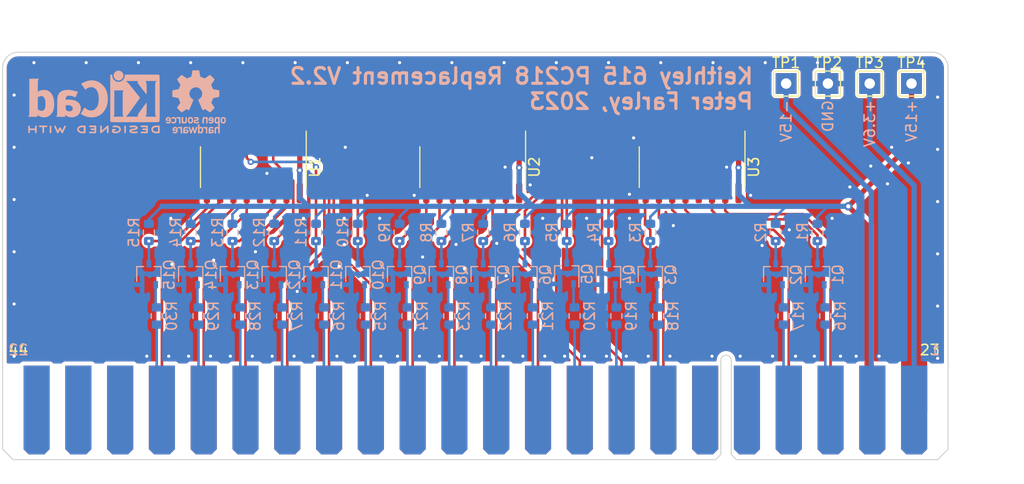
<source format=kicad_pcb>
(kicad_pcb (version 20211014) (generator pcbnew)
  (title_block (title "Keithley 615 PC218 Replacement Board") (date "2023-01-16") (rev "2.2") (company "Peter Farley") (comment 1 "Rev 2: Initial design") (comment 2 "Rev 2.1: Move silkscreen to front, move offset trace") (comment 3 "Rec 2.2: Match size of PC209, add power test points"))
  (layers (0 "F.Cu" signal) (31 "B.Cu" signal) (34 "B.Paste" user) (35 "F.Paste" user) (36 "B.SilkS" user "B.Silkscreen") (37 "F.SilkS" user "F.Silkscreen") (38 "B.Mask" user) (39 "F.Mask" user) (44 "Edge.Cuts" user))
  (net 0 "")
  (net 1 "Net-(Q1-Pad1)")
  (net 2 "GND")
  (net 3 "Net-(Q1-Pad3)")
  (net 4 "Polarity Print")
  (net 5 "Net-(Q2-Pad3)")
  (net 6 "Net-(Q3-Pad1)")
  (net 7 "Net-(Q4-Pad1)")
  (net 8 "Net-(Q4-Pad3)")
  (net 9 "Overload Print")
  (net 10 "Net-(Q6-Pad1)")
  (net 11 "Polarity")
  (net 12 "+15V")
  (net 13 "Overload")
  (net 14 "+3.6V")
  (net 15 "-15V")
  (net 18 "1x10^3")
  (net 19 "2x10^2")
  (net 20 "1x10^2")
  (net 21 "4x10^2")
  (net 22 "8x10^2")
  (net 23 "2x10^0")
  (net 24 "1x10^0")
  (net 25 "4x10^0")
  (net 26 "8x10^0")
  (net 27 "8x10^1")
  (net 28 "4x10^1")
  (net 29 "1x10^1")
  (net 30 "2x10^1")
  (net 36 "1x10^3 Print")
  (net 37 "2x10^2 Print")
  (net 38 "1x10^2 Print")
  (net 39 "4x10^2 Print")
  (net 40 "8x10^2 Print")
  (net 41 "2x10^0 Print")
  (net 42 "1x10^0 Print")
  (net 43 "4x10^0 Print")
  (net 44 "8x10^0 Print")
  (net 45 "8x10^1 Print")
  (net 46 "4x10^1 Print")
  (net 47 "1x10^1 Print")
  (net 48 "2x10^1 Print")
  (net 52 "Net-(Q2-Pad1)")
  (net 53 "Net-(Q3-Pad3)")
  (net 54 "Net-(Q5-Pad1)")
  (net 55 "Net-(Q6-Pad3)")
  (net 56 "Net-(Q5-Pad3)")
  (net 57 "Net-(Q7-Pad1)")
  (net 58 "Net-(Q7-Pad3)")
  (net 59 "Net-(Q8-Pad1)")
  (net 60 "Net-(Q9-Pad1)")
  (net 61 "Net-(Q9-Pad3)")
  (net 62 "Net-(Q10-Pad1)")
  (net 63 "Net-(Q10-Pad3)")
  (net 64 "Net-(Q11-Pad1)")
  (net 65 "Net-(Q11-Pad3)")
  (net 66 "Net-(Q12-Pad1)")
  (net 67 "Net-(Q12-Pad3)")
  (net 68 "Net-(Q13-Pad1)")
  (net 69 "Net-(Q13-Pad3)")
  (net 70 "Net-(Q14-Pad1)")
  (net 71 "Net-(Q14-Pad3)")
  (net 72 "Net-(Q15-Pad1)")
  (net 73 "Net-(Q15-Pad3)")
  (net 74 "Net-(Q8-Pad3)")
  (footprint "TestPoint:TestPoint_THTPad_2.0x2.0mm_Drill1.0mm" (layer "F.Cu") (at 132 52)
    (fp_text reference "TP1")
    (fp_text value "-15V")
  )
  (footprint "Package_SO:SOIC-16_3.9x9.9mm_P1.27mm" (layer "F.Cu") (at 102 60 -90)
    (fp_text reference "U2")
    (fp_text value "4010")
  )
  (footprint "TestPoint:TestPoint_THTPad_2.0x2.0mm_Drill1.0mm" (layer "F.Cu") (at 136 52)
    (fp_text reference "TP2")
    (fp_text value "GND")
  )
  (footprint "TestPoint:TestPoint_THTPad_2.0x2.0mm_Drill1.0mm" (layer "F.Cu") (at 144 52)
    (fp_text reference "TP4")
    (fp_text value "15V")
  )
  (footprint "Package_SO:SOIC-16_3.9x9.9mm_P1.27mm" (layer "F.Cu") (at 123 60 -90)
    (fp_text reference "U3")
    (fp_text value "4010")
  )
  (footprint "Package_SO:SOIC-16_3.9x9.9mm_P1.27mm" (layer "F.Cu") (at 81 60 -90)
    (fp_text reference "U1")
    (fp_text value "4010")
  )
  (footprint "footprints:PC218_Edge_Connector" (layer "F.Cu") (at 57 79)
    (fp_text reference "J1" hide)
    (fp_text value "PC218_BoardEdge_44pin")
    (fp_line (start 70.25 9) (end 69.75 8.5) (layer "Edge.Cuts") (width 0.1))
    (fp_line (start 68.75 -0.5) (end 68.75 8.5) (layer "Edge.Cuts") (width 0.1))
    (fp_line (start 1 9) (end 0 8) (layer "Edge.Cuts") (width 0.1))
    (fp_line (start 90.5 0) (end 90.5 8) (layer "Edge.Cuts") (width 0.1))
    (fp_line (start 90.5 8) (end 89.5 9) (layer "Edge.Cuts") (width 0.1))
    (fp_line (start 68.75 8.5) (end 68.25 9) (layer "Edge.Cuts") (width 0.1))
    (fp_line (start 68.25 9) (end 1 9) (layer "Edge.Cuts") (width 0.1))
    (fp_line (start 69.75 8.5) (end 69.75 -0.5) (layer "Edge.Cuts") (width 0.1))
    (fp_line (start 0 8) (end 0 0) (layer "Edge.Cuts") (width 0.1))
    (fp_line (start 89.5 9) (end 70.25 9) (layer "Edge.Cuts") (width 0.1))
    (fp_arc (start 68.75 -0.5) (mid 69.25 -1) (end 69.75 -0.5) (layer "Edge.Cuts") (width 0.1))
  )
  (footprint "TestPoint:TestPoint_THTPad_2.0x2.0mm_Drill1.0mm" (layer "F.Cu") (at 140 52)
    (fp_text reference "TP3")
    (fp_text value "3.6V")
  )
  (footprint "Resistor_SMD:R_0603_1608Metric" (layer "B.Cu") (at 71 66.25 -90)
    (fp_text reference "R15")
    (fp_text value "180K")
  )
  (footprint "Package_TO_SOT_SMD:SOT-323_SC-70" (layer "B.Cu") (at 83 70.25 90)
    (fp_text reference "Q12")
    (fp_text value "BC848W")
  )
  (footprint "Package_TO_SOT_SMD:SOT-323_SC-70" (layer "B.Cu") (at 71 70.25 90)
    (fp_text reference "Q15")
    (fp_text value "BC848W")
  )
  (footprint "Resistor_SMD:R_0603_1608Metric" (layer "B.Cu") (at 111.75 74.25 90)
    (fp_text reference "R20")
    (fp_text value "120K")
  )
  (footprint "Resistor_SMD:R_0603_1608Metric" (layer "B.Cu") (at 115.75 74.25 90)
    (fp_text reference "R19")
    (fp_text value "120K")
  )
  (footprint "Resistor_SMD:R_0603_1608Metric" (layer "B.Cu") (at 115 66.25 -90)
    (fp_text reference "R4")
    (fp_text value "180K")
  )
  (footprint "Resistor_SMD:R_0603_1608Metric" (layer "B.Cu") (at 91.75 74.25 90)
    (fp_text reference "R25")
    (fp_text value "120K")
  )
  (footprint "Resistor_SMD:R_0603_1608Metric" (layer "B.Cu") (at 119.75 74.25 90)
    (fp_text reference "R18")
    (fp_text value "120K")
  )
  (footprint "Resistor_SMD:R_0603_1608Metric" (layer "B.Cu") (at 79 66.25 -90)
    (fp_text reference "R13")
    (fp_text value "180K")
  )
  (footprint "Package_TO_SOT_SMD:SOT-323_SC-70" (layer "B.Cu") (at 131 70.25 90)
    (fp_text reference "Q2")
    (fp_text value "BC848W")
  )
  (footprint "Package_TO_SOT_SMD:SOT-323_SC-70" (layer "B.Cu") (at 135 70.25 90)
    (fp_text reference "Q1")
    (fp_text value "BC848W")
  )
  (footprint "Package_TO_SOT_SMD:SOT-323_SC-70" (layer "B.Cu") (at 95 70.25 90)
    (fp_text reference "Q9")
    (fp_text value "BC848W")
  )
  (footprint "Resistor_SMD:R_0603_1608Metric" (layer "B.Cu") (at 111 66.25 -90)
    (fp_text reference "R5")
    (fp_text value "180K")
  )
  (footprint "Resistor_SMD:R_0603_1608Metric" (layer "B.Cu") (at 135.75 74.25 90)
    (fp_text reference "R16")
    (fp_text value "120K")
  )
  (footprint "Symbol:KiCad-Logo2_5mm_SilkScreen" (layer "B.Cu") (at 65.75 53.75 180)
    (fp_text reference "REF**" hide)
    (fp_text value "KiCad-Logo2_5mm_SilkScreen" hide)
  )
  (footprint "Symbol:OSHW-Logo_5.7x6mm_SilkScreen" (layer "B.Cu") (at 75.5 53.75 180)
    (fp_text reference "REF**" hide)
    (fp_text value "OSHW-Logo_5.7x6mm_SilkScreen" hide)
  )
  (footprint "Resistor_SMD:R_0603_1608Metric" (layer "B.Cu") (at 95.75 74.25 90)
    (fp_text reference "R24")
    (fp_text value "120K")
  )
  (footprint "Package_TO_SOT_SMD:SOT-323_SC-70" (layer "B.Cu") (at 87 70.25 90)
    (fp_text reference "Q11")
    (fp_text value "BC848W")
  )
  (footprint "Package_TO_SOT_SMD:SOT-323_SC-70" (layer "B.Cu") (at 99 70.25 90)
    (fp_text reference "Q8")
    (fp_text value "BC848W")
  )
  (footprint "Resistor_SMD:R_0603_1608Metric" (layer "B.Cu") (at 135 66.25 -90)
    (fp_text reference "R1")
    (fp_text value "180K")
  )
  (footprint "Resistor_SMD:R_0603_1608Metric" (layer "B.Cu") (at 107 66.25 -90)
    (fp_text reference "R6")
    (fp_text value "180K")
  )
  (footprint "Resistor_SMD:R_0603_1608Metric" (layer "B.Cu") (at 75.75 74.25 90)
    (fp_text reference "R29")
    (fp_text value "120K")
  )
  (footprint "Package_TO_SOT_SMD:SOT-323_SC-70" (layer "B.Cu") (at 103 70.25 90)
    (fp_text reference "Q7")
    (fp_text value "BC848W")
  )
  (footprint "Resistor_SMD:R_0603_1608Metric" (layer "B.Cu") (at 83.75 74.25 90)
    (fp_text reference "R27")
    (fp_text value "120K")
  )
  (footprint "Package_TO_SOT_SMD:SOT-323_SC-70" (layer "B.Cu") (at 75 70.25 90)
    (fp_text reference "Q14")
    (fp_text value "BC848W")
  )
  (footprint "Resistor_SMD:R_0603_1608Metric" (layer "B.Cu") (at 99.75 74.25 90)
    (fp_text reference "R23")
    (fp_text value "120K")
  )
  (footprint "Package_TO_SOT_SMD:SOT-323_SC-70" (layer "B.Cu") (at 119 70.25 90)
    (fp_text reference "Q3")
    (fp_text value "BC848W")
  )
  (footprint "Resistor_SMD:R_0603_1608Metric" (layer "B.Cu") (at 131.75 74.25 90)
    (fp_text reference "R17")
    (fp_text value "120K")
  )
  (footprint "Package_TO_SOT_SMD:SOT-323_SC-70" (layer "B.Cu") (at 111 70.175 90)
    (fp_text reference "Q5")
    (fp_text value "BC848W")
  )
  (footprint "Resistor_SMD:R_0603_1608Metric" (layer "B.Cu") (at 71.75 74.25 90)
    (fp_text reference "R30")
    (fp_text value "120K")
  )
  (footprint "Resistor_SMD:R_0603_1608Metric" (layer "B.Cu") (at 107.75 74.25 90)
    (fp_text reference "R21")
    (fp_text value "120K")
  )
  (footprint "Resistor_SMD:R_0603_1608Metric" (layer "B.Cu") (at 75 66.25 -90)
    (fp_text reference "R14")
    (fp_text value "180K")
  )
  (footprint "Resistor_SMD:R_0603_1608Metric" (layer "B.Cu") (at 131 66.25 -90)
    (fp_text reference "R2")
    (fp_text value "180K")
  )
  (footprint "Resistor_SMD:R_0603_1608Metric" (layer "B.Cu") (at 83 66.25 -90)
    (fp_text reference "R12")
    (fp_text value "180K")
  )
  (footprint "Package_TO_SOT_SMD:SOT-323_SC-70" (layer "B.Cu") (at 115 70.25 90)
    (fp_text reference "Q4")
    (fp_text value "BC848W")
  )
  (footprint "Resistor_SMD:R_0603_1608Metric" (layer "B.Cu") (at 79.75 74.25 90)
    (fp_text reference "R28")
    (fp_text value "120K")
  )
  (footprint "Resistor_SMD:R_0603_1608Metric" (layer "B.Cu") (at 91 66.25 -90)
    (fp_text reference "R10")
    (fp_text value "180K")
  )
  (footprint "Resistor_SMD:R_0603_1608Metric" (layer "B.Cu") (at 119 66.25 -90)
    (fp_text reference "R3")
    (fp_text value "180K")
  )
  (footprint "Package_TO_SOT_SMD:SOT-323_SC-70" (layer "B.Cu") (at 107 70.25 90)
    (fp_text reference "Q6")
    (fp_text value "BC848W")
  )
  (footprint "Package_TO_SOT_SMD:SOT-323_SC-70" (layer "B.Cu") (at 79 70.25 90)
    (fp_text reference "Q13")
    (fp_text value "BC848W")
  )
  (footprint "Resistor_SMD:R_0603_1608Metric" (layer "B.Cu") (at 103 66.25 -90)
    (fp_text reference "R7")
    (fp_text value "180K")
  )
  (footprint "Resistor_SMD:R_0603_1608Metric" (layer "B.Cu") (at 87.75 74.25 90)
    (fp_text reference "R26")
    (fp_text value "120K")
  )
  (footprint "Resistor_SMD:R_0603_1608Metric" (layer "B.Cu") (at 103.75 74.25 90)
    (fp_text reference "R22")
    (fp_text value "120K")
  )
  (footprint "Package_TO_SOT_SMD:SOT-323_SC-70" (layer "B.Cu") (at 91 70.25 90)
    (fp_text reference "Q10")
    (fp_text value "BC848W")
  )
  (footprint "Resistor_SMD:R_0603_1608Metric" (layer "B.Cu") (at 99 66.25 -90)
    (fp_text reference "R8")
    (fp_text value "180K")
  )
  (footprint "Resistor_SMD:R_0603_1608Metric" (layer "B.Cu") (at 87 66.25 -90)
    (fp_text reference "R11")
    (fp_text value "180K")
  )
  (footprint "Resistor_SMD:R_0603_1608Metric" (layer "B.Cu") (at 95 66.25 -90)
    (fp_text reference "R9")
    (fp_text value "180K")
  )
  (gr_line (start 58.5 49) (end 146 49) (layer "Edge.Cuts") (width 0.1))
  (gr_arc (start 146 49) (mid 147.06066 49.43934) (end 147.5 50.5) (layer "Edge.Cuts") (width 0.1))
  (gr_line (start 57 79) (end 57 50.5) (layer "Edge.Cuts") (width 0.1))
  (gr_line (start 147.5 50.5) (end 147.5 79) (layer "Edge.Cuts") (width 0.1))
  (gr_arc (start 57 50.5) (mid 57.43934 49.43934) (end 58.5 49) (layer "Edge.Cuts") (width 0.1))
  (gr_text "-15V" (at 132 53.5 90) (layer "B.SilkS") (effects (font (size 1 1)) (justify left mirror)))
  (gr_text "+15V" (at 144 53.5 90) (layer "B.SilkS") (effects (font (size 1 1)) (justify left mirror)))
  (gr_text "+3.6V" (at 140 53.5 90) (layer "B.SilkS") (effects (font (size 1 1)) (justify left mirror)))
  (gr_text "Keithley 615 PC218 Replacement V2.2\nPeter Farley, 2023" (at 129 52.5) (layer "B.SilkS") (effects (font (size 1.5 1.5) (thickness 0.3)) (justify left mirror)))
  (gr_text "GND" (at 136 53.5 90) (layer "B.SilkS") (effects (font (size 1 1)) (justify left mirror)))
  (segment (start 135.65 73.325) (end 135.75 73.425) (width 0.25) (layer "B.Cu") (net 1))
  (segment (start 135.65 71.25) (end 135.65 73.325) (width 0.25) (layer "B.Cu") (net 1))
  (segment (start 144.25 83.25) (end 144.25 77.85) (width 2.5) (layer "F.Cu") (net 2))
  (via (at 132.3 66) (size 0.6) (drill 0.3) (layers "F.Cu" "B.Cu") (net 2))
  (via (at 116.7 78.1) (size 0.6) (drill 0.3) (layers "F.Cu" "B.Cu") (net 2))
  (via (at 97.2 68.6) (size 0.6) (drill 0.3) (layers "F.Cu" "B.Cu") (net 2))
  (via (at 113.4 59.1) (size 0.6) (drill 0.3) (layers "F.Cu" "B.Cu") (net 2))
  (via (at 58.1 53.1) (size 0.6) (drill 0.3) (layers "F.Cu" "B.Cu") (net 2))
  (via (at 146.5 78.3) (size 0.6) (drill 0.3) (layers "F.Cu" "B.Cu") (net 2))
  (via (at 138.1 61.9) (size 0.6) (drill 0.3) (layers "F.Cu" "B.Cu") (net 2))
  (via (at 128.6 62.7) (size 0.6) (drill 0.3) (layers "F.Cu" "B.Cu") (net 2))
  (via (at 117.4 57.2) (size 0.6) (drill 0.3) (layers "F.Cu" "B.Cu") (net 2))
  (via (at 118.8 78.1) (size 0.6) (drill 0.3) (layers "F.Cu" "B.Cu") (net 2))
  (via (at 134.7 78.1) (size 0.6) (drill 0.3) (layers "F.Cu" "B.Cu") (net 2))
  (via (at 95 50) (size 0.6) (drill 0.3) (layers "F.Cu" "B.Cu") (net 2))
  (via (at 70.8 78.1) (size 0.6) (drill 0.3) (layers "F.Cu" "B.Cu") (net 2))
  (via (at 85 50) (size 0.6) (drill 0.3) (layers "F.Cu" "B.Cu") (net 2))
  (via (at 100.9 78.1) (size 0.6) (drill 0.3) (layers "F.Cu" "B.Cu") (net 2))
  (via (at 125 50) (size 0.6) (drill 0.3) (layers "F.Cu" "B.Cu") (net 2))
  (via (at 141.7 61.6) (size 0.6) (drill 0.3) (layers "F.Cu" "B.Cu") (net 2))
  (via (at 146.5 68.3) (size 0.6) (drill 0.3) (layers "F.Cu" "B.Cu") (net 2))
  (via (at 76.9 78.1) (size 0.6) (drill 0.3) (layers "F.Cu" "B.Cu") (net 2))
  (via (at 104.3 67.3) (size 0.6) (drill 0.3) (layers "F.Cu" "B.Cu") (net 2))
  (via (at 77.2 68.9) (size 0.6) (drill 0.3) (layers "F.Cu" "B.Cu") (net 2))
  (via (at 65 50) (size 0.6) (drill 0.3) (layers "F.Cu" "B.Cu") (net 2))
  (via (at 117 62.6) (size 0.6) (drill 0.3) (layers "F.Cu" "B.Cu") (net 2))
  (via (at 107.5 61.7) (size 0.6) (drill 0.3) (layers "F.Cu" "B.Cu") (net 2))
  (via (at 100.4 67.4) (size 0.6) (drill 0.3) (layers "F.Cu" "B.Cu") (net 2))
  (via (at 93.1 64.9) (size 0.6) (drill 0.3) (layers "F.Cu" "B.Cu") (net 2))
  (via (at 112.9 64.9) (size 0.6) (drill 0.3) (layers "F.Cu" "B.Cu") (net 2))
  (via (at 89.2 69.5) (size 0.6) (drill 0.3) (layers "F.Cu" "B.Cu") (net 2))
  (via (at 102.8 78.1) (size 0.6) (drill 0.3) (layers "F.Cu" "B.Cu") (net 2))
  (via (at 100 50) (size 0.6) (drill 0.3) (layers "F.Cu" "B.Cu") (net 2))
  (via (at 138.7 78.1) (size 0.6) (drill 0.3) (layers "F.Cu" "B.Cu") (net 2))
  (via (at 146.5 53.3) (size 0.6) (drill 0.3) (layers "F.Cu" "B.Cu") (net 2))
  (via (at 105.2 70.4) (size 0.6) (drill 0.3) (layers "F.Cu" "B.Cu") (net 2))
  (via (at 136.4 64.9) (size 0.6) (drill 0.3) (layers "F.Cu" "B.Cu") (net 2))
  (via (at 84.9 78.1) (size 0.6) (drill 0.3) (layers "F.Cu" "B.Cu") (net 2))
  (via (at 137.2 78.1) (size 0.6) (drill 0.3) (layers "F.Cu" "B.Cu") (net 2))
  (via (at 120 50) (size 0.6) (drill 0.3) (layers "F.Cu" "B.Cu") (net 2))
  (via (at 89 78.1) (size 0.6) (drill 0.3) (layers "F.Cu" "B.Cu") (net 2))
  (via (at 89.8 58.1) (size 0.6) (drill 0.3) (layers "F.Cu" "B.Cu") (net 2))
  (via (at 94.8 78.1) (size 0.6) (drill 0.3) (layers "F.Cu" "B.Cu") (net 2))
  (via (at 110.8 78.1) (size 0.6) (drill 0.3) (layers "F.Cu" "B.Cu") (net 2))
  (via (at 72.9 78.1) (size 0.6) (drill 0.3) (layers "F.Cu" "B.Cu") (net 2))
  (via (at 112.7 78.1) (size 0.6) (drill 0.3) (layers "F.Cu" "B.Cu") (net 2))
  (via (at 105 50) (size 0.6) (drill 0.3) (layers "F.Cu" "B.Cu") (net 2))
  (via (at 58.1 68.1) (size 0.6) (drill 0.3) (layers "F.Cu" "B.Cu") (net 2))
  (via (at 126.3 60) (size 0.6) (drill 0.3) (layers "F.Cu" "B.Cu") (net 2))
  (via (at 120.8745 78.1) (size 0.6) (drill 0.3) (layers "F.Cu" "B.Cu") (net 2))
  (via (at 108.7 64.9) (size 0.6) (drill 0.3) (layers "F.Cu" "B.Cu") (net 2))
  (via (at 74.8 78.1) (size 0.6) (drill 0.3) (layers "F.Cu" "B.Cu") (net 2))
  (via (at 58.1 73.1) (size 0.6) (drill 0.3) (layers "F.Cu" "B.Cu") (net 2))
  (via (at 73.2 69.3) (size 0.6) (drill 0.3) (layers "F.Cu" "B.Cu") (net 2))
  (via (at 73.1 64.9) (size 0.6) (drill 0.3) (layers "F.Cu" "B.Cu") (net 2))
  (via (at 93.2 78.1) (size 0.6) (drill 0.3) (layers "F.Cu" "B.Cu") (net 2))
  (via (at 106.8 78.1) (size 0.6) (drill 0.3) (layers "F.Cu" "B.Cu") (net 2))
  (via (at 135 50) (size 0.6) (drill 0.3) (layers "F.Cu" "B.Cu") (net 2))
  (via (at 127.6 78.1) (size 0.6) (drill 0.3) (layers "F.Cu" "B.Cu") (net 2))
  (via (at 143.7 59.6) (size 0.6) (drill 0.3) (layers "F.Cu" "B.Cu") (net 2))
  (via (at 105.1 60) (size 0.6) (drill 0.3) (layers "F.Cu" "B.Cu") (net 2))
  (via (at 117 64.9) (size 0.6) (drill 0.3) (layers "F.Cu" "B.Cu") (net 2))
  (via (at 89.7 67.4) (size 0.6) (drill 0.3) (layers "F.Cu" "B.Cu") (net 2))
  (via (at 80 50) (size 0.6) (drill 0.3) (layers "F.Cu" "B.Cu") (net 2))
  (via (at 146.5 63.3) (size 0.6) (drill 0.3) (layers "F.Cu" "B.Cu") (net 2))
  (via (at 96.4 62.7) (size 0.6) (drill 0.3) (layers "F.Cu" "B.Cu") (net 2))
  (via (at 104.9 78.1) (size 0.6) (drill 0.3) (layers "F.Cu" "B.Cu") (net 2))
  (via (at 146.5 58.3) (size 0.6) (drill 0.3) (layers "F.Cu" "B.Cu") (net 2))
  (via (at 140.1 59.9) (size 0.6) (drill 0.3) (layers "F.Cu" "B.Cu") (net 2))
  (via (at 82.3 60.6) (size 0.6) (drill 0.3) (layers "F.Cu" "B.Cu") (net 2))
  (via (at 146.5 73.3) (size 0.6) (drill 0.3) (layers "F.Cu" "B.Cu") (net 2))
  (via (at 60 50) (size 0.6) (drill 0.3) (layers "F.Cu" "B.Cu") (net 2))
  (via (at 70 50) (size 0.6) (drill 0.3) (layers "F.Cu" "B.Cu") (net 2))
  (via (at 142.1 58.1) (size 0.6) (drill 0.3) (layers "F.Cu" "B.Cu") (net 2))
  (via (at 145 50) (size 0.6) (drill 0.3) (layers "F.Cu" "B.Cu") (net 2))
  (via (at 132.9 78.1) (size 0.6) (drill 0.3) (layers "F.Cu" "B.Cu") (net 2))
  (via (at 80.9 78.1) (size 0.6) (drill 0.3) (layers "F.Cu" "B.Cu") (net 2))
  (via (at 130.7 78.1) (size 0.6) (drill 0.3) (layers "F.Cu" "B.Cu") (net 2))
  (via (at 90 50) (size 0.6) (drill 0.3) (layers "F.Cu" "B.Cu") (net 2))
  (via (at 115 50) (size 0.6) (drill 0.3) (layers "F.Cu" "B.Cu") (net 2))
  (via (at 85.8 64.9) (size 0.6) (drill 0.3) (layers "F.Cu" "B.Cu") (net 2))
  (via (at 130 50) (size 0.6) (drill 0.3) (layers "F.Cu" "B.Cu") (net 2))
  (via (at 91.9 62.7) (size 0.6) (drill 0.3) (layers "F.Cu" "B.Cu") (net 2))
  (via (at 90.7 78.1) (size 0.6) (drill 0.3) (layers "F.Cu" "B.Cu") (net 2))
  (via (at 129.7 67.5) (size 0.6) (drill 0.3) (layers "F.Cu" "B.Cu") (net 2))
  (via (at 101.2 69.7) (size 0.6) (drill 0.3) (layers "F.Cu" "B.Cu") (net 2))
  (via (at 89.7 64.9) (size 0.6) (drill 0.3) (layers "F.Cu" "B.Cu") (net 2))
  (via (at 114.8 78.1) (size 0.6) (drill 0.3) (layers "F.Cu" "B.Cu") (net 2))
  (via (at 140 50) (size 0.6) (drill 0.3) (layers "F.Cu" "B.Cu") (net 2))
  (via (at 86.7 78.1) (size 0.6) (drill 0.3) (layers "F.Cu" "B.Cu") (net 2))
  (via (at 98.8 78.1) (size 0.6) (drill 0.3) (layers "F.Cu" "B.Cu") (net 2))
  (via (at 140.9 78.1) (size 0.6) (drill 0.3) (layers "F.Cu" "B.Cu") (net 2))
  (via (at 81.2 68.1) (size 0.6) (drill 0.3) (layers "F.Cu" "B.Cu") (net 2))
  (via (at 110 50) (size 0.6) (drill 0.3) (layers "F.Cu" "B.Cu") (net 2))
  (via (at 96.9 78.1) (size 0.6) (drill 0.3) (layers "F.Cu" "B.Cu") (net 2))
  (via (at 78.8 78.1) (size 0.6) (drill 0.3) (layers "F.Cu" "B.Cu") (net 2))
  (via (at 58.1 63.1) (size 0.6) (drill 0.3) (layers "F.Cu" "B.Cu") (net 2))
  (via (at 58.1 58.1) (size 0.6) (drill 0.3) (layers "F.Cu" "B.Cu") (net 2))
  (via (at 82.8 78.1) (size 0.6) (drill 0.3) (layers "F.Cu" "B.Cu") (net 2))
  (via (at 58.1 78.1) (size 0.6) (drill 0.3) (layers "F.Cu" "B.Cu") (net 2))
  (via (at 121.2 65.6) (size 0.6) (drill 0.3) (layers "F.Cu" "B.Cu") (net 2))
  (via (at 124.9 78.1) (size 0.6) (drill 0.3) (layers "F.Cu" "B.Cu") (net 2))
  (via (at 108.9 78.1) (size 0.6) (drill 0.3) (layers "F.Cu" "B.Cu") (net 2))
  (via (at 85.2 71.9) (size 0.6) (drill 0.3) (layers "F.Cu" "B.Cu") (net 2))
  (via (at 75 50) (size 0.6) (drill 0.3) (layers "F.Cu" "B.Cu") (net 2))
  (segment (start 133.5 65) (end 125.75 65) (width 0.25) (layer "F.Cu") (net 3))
  (segment (start 124.905 64.155) (end 124.905 62.475) (width 0.25) (layer "F.Cu") (net 3))
  (segment (start 135 67.075) (end 135 66.5) (width 0.25) (layer "F.Cu") (net 3))
  (segment (start 125.75 65) (end 124.905 64.155) (width 0.25) (layer "F.Cu") (net 3))
  (segment (start 135 66.5) (end 133.5 65) (width 0.25) (layer "F.Cu") (net 3))
  (via (at 135 67.075) (size 0.6) (drill 0.3) (layers "F.Cu" "B.Cu") (net 3))
  (segment (start 135 69.25) (end 135 67.075) (width 0.25) (layer "B.Cu") (net 3))
  (segment (start 126.5 64.5) (end 126.175 64.175) (width 0.25) (layer "F.Cu") (net 4))
  (segment (start 136.25 83.25) (end 136.25 67.113604) (width 0.25) (layer "F.Cu") (net 4))
  (segment (start 126.175 64.175) (end 126.175 62.475) (width 0.25) (layer "F.Cu") (net 4))
  (segment (start 136.25 67.113604) (end 133.636396 64.5) (width 0.25) (layer "F.Cu") (net 4))
  (segment (start 133.636396 64.5) (end 126.5 64.5) (width 0.25) (layer "F.Cu") (net 4))
  (segment (start 130.375 66.45) (end 123.45 66.45) (width 0.25) (layer "F.Cu") (net 5))
  (segment (start 121.095 64.095) (end 121.095 62.475) (width 0.25) (layer "F.Cu") (net 5))
  (segment (start 131 67.075) (end 130.375 66.45) (width 0.25) (layer "F.Cu") (net 5))
  (segment (start 123.45 66.45) (end 121.095 64.095) (width 0.25) (layer "F.Cu") (net 5))
  (via (at 131 67.075) (size 0.6) (drill 0.3) (layers "F.Cu" "B.Cu") (net 5))
  (segment (start 131 69.25) (end 131 67.075) (width 0.25) (layer "B.Cu") (net 5))
  (segment (start 119.65 73.325) (end 119.75 73.425) (width 0.25) (layer "B.Cu") (net 6))
  (segment (start 119.65 71.25) (end 119.65 73.325) (width 0.25) (layer "B.Cu") (net 6))
  (segment (start 115.65 73.325) (end 115.75 73.425) (width 0.25) (layer "B.Cu") (net 7))
  (segment (start 115.65 71.25) (end 115.65 73.325) (width 0.25) (layer "B.Cu") (net 7))
  (segment (start 115 58.2) (end 117.2 56) (width 0.25) (layer "F.Cu") (net 8))
  (segment (start 115 67.075) (end 115 58.2) (width 0.25) (layer "F.Cu") (net 8))
  (segment (start 117.2 56) (end 119.625 56) (width 0.25) (layer "F.Cu") (net 8))
  (segment (start 119.625 56) (end 119.825 56.2) (width 0.25) (layer "F.Cu") (net 8))
  (segment (start 119.825 56.2) (end 119.825 57.525) (width 0.25) (layer "F.Cu") (net 8))
  (via (at 115 67.075) (size 0.6) (drill 0.3) (layers "F.Cu" "B.Cu") (net 8))
  (segment (start 115 69.25) (end 115 67.075) (width 0.25) (layer "B.Cu") (net 8))
  (segment (start 132.25 83.25) (end 132.25 67.441116) (width 0.25) (layer "F.Cu") (net 9))
  (segment (start 130.808884 66) (end 124.25 66) (width 0.25) (layer "F.Cu") (net 9))
  (segment (start 124.25 66) (end 122.365 64.115) (width 0.25) (layer "F.Cu") (net 9))
  (segment (start 132.25 67.441116) (end 130.808884 66) (width 0.25) (layer "F.Cu") (net 9))
  (segment (start 122.365 64.115) (end 122.365 62.475) (width 0.25) (layer "F.Cu") (net 9))
  (segment (start 107.65 71.25) (end 107.65 73.325) (width 0.25) (layer "B.Cu") (net 10))
  (segment (start 107.65 73.325) (end 107.75 73.425) (width 0.25) (layer "B.Cu") (net 10))
  (segment (start 135.75 83) (end 135.75 75.075) (width 0.25) (layer "B.Cu") (net 11))
  (segment (start 127.445 60.055) (end 127.445 57.525) (width 0.5) (layer "F.Cu") (net 12))
  (segment (start 85.445 60.305) (end 85.445 62.475) (width 0.5) (layer "F.Cu") (net 12))
  (segment (start 106.445 60.055) (end 106.445 57.525) (width 0.5) (layer "F.Cu") (net 12))
  (segment (start 106.445 62.475) (end 106.445 60.055) (width 0.5) (layer "F.Cu") (net 12))
  (segment (start 137.95 63.75) (end 144 57.7) (width 0.5) (layer "F.Cu") (net 12))
  (segment (start 137.95 63.75) (end 139.75 65.55) (width 0.5) (layer "F.Cu") (net 12))
  (segment (start 85.445 57.525) (end 85.445 60.305) (width 0.5) (layer "F.Cu") (net 12))
  (segment (start 144 57.7) (end 144 52) (width 0.5) (layer "F.Cu") (net 12))
  (segment (start 127.445 62.475) (end 127.445 60.055) (width 0.5) (layer "F.Cu") (net 12))
  (segment (start 139.75 65.55) (end 139.75 83) (width 0.5) (layer "F.Cu") (net 12))
  (via (at 85.445 60.305) (size 0.6) (drill 0.3) (layers "F.Cu" "B.Cu") (net 12))
  (via (at 106.445 60.055) (size 0.6) (drill 0.3) (layers "F.Cu" "B.Cu") (net 12))
  (via (at 127.445 60.055) (size 0.6) (drill 0.3) (layers "F.Cu" "B.Cu") (net 12))
  (via (at 137.95 63.75) (size 0.8) (drill 0.4) (layers "F.Cu" "B.Cu") (net 12))
  (segment (start 120 63.75) (end 119.25 63.75) (width 0.5) (layer "B.Cu") (net 12))
  (segment (start 107 64.875) (end 108.125 63.75) (width 0.25) (layer "B.Cu") (net 12))
  (segment (start 84 63.75) (end 79.75 63.75) (width 0.5) (layer "B.Cu") (net 12))
  (segment (start 103 64.75) (end 103 65.425) (width 0.25) (layer "B.Cu") (net 12))
  (segment (start 111 64.75) (end 112 63.75) (width 0.25) (layer "B.Cu") (net 12))
  (segment (start 109 63.75) (end 108.25 63.75) (width 0.5) (layer "B.Cu") (net 12))
  (segment (start 91 64.75) (end 92 63.75) (width 0.25) (layer "B.Cu") (net 12))
  (segment (start 116 63.75) (end 115 64.75) (width 0.25) (layer "B.Cu") (net 12))
  (segment (start 127.445 60.055) (end 127.445 62.605661) (width 0.5) (layer "B.Cu") (net 12))
  (segment (start 79.75 63.75) (end 76 63.75) (width 0.5) (layer "B.Cu") (net 12))
  (segment (start 128.65 63.75) (end 120 63.75) (width 0.5) (layer "B.Cu") (net 12))
  (segment (start 106.445 62.445) (end 107.75 63.75) (width 0.5) (layer "B.Cu") (net 12))
  (segment (start 135 65.425) (end 135 64.75) (width 0.25) (layer "B.Cu") (net 12))
  (segment (start 76 63.75) (end 72.25 63.75) (width 0.5) (layer "B.Cu") (net 12))
  (segment (start 95 65.425) (end 95 64.75) (width 0.25) (layer "B.Cu") (net 12))
  (segment (start 79 64.5) (end 79.75 63.75) (width 0.25) (layer "B.Cu") (net 12))
  (segment (start 100 63.75) (end 96 63.75) (width 0.5) (layer "B.Cu") (net 12))
  (segment (start 99 64.75) (end 100 63.75) (width 0.25) (layer "B.Cu") (net 12))
  (segment (start 132 63.75) (end 131 64.75) (width 0.25) (layer "B.Cu") (net 12))
  (segment (start 88 63.75) (end 86.25 63.75) (width 0.5) (layer "B.Cu") (net 12))
  (segment (start 71 65) (end 72.25 63.75) (width 0.25) (layer "B.Cu") (net 12))
  (segment (start 93.25 63.75) (end 92 63.75) (width 0.5) (layer "B.Cu") (net 12))
  (segment (start 130.5 63.75) (end 128.65 63.75) (width 0.5) (layer "B.Cu") (net 12))
  (segment (start 85.445 62.945) (end 86.25 63.75) (width 0.5) (layer "B.Cu") (net 12))
  (segment (start 116 63.75) (end 112.25 63.75) (width 0.5) (layer "B.Cu") (net 12))
  (segment (start 75 65.425) (end 75 64.75) (width 0.25) (layer "B.Cu") (net 12))
  (segment (start 106.445 60.055) (end 106.445 62.445) (width 0.5) (layer "B.Cu") (net 12))
  (segment (start 108.125 63.75) (end 108.25 63.75) (width 0.25) (layer "B.Cu") (net 12))
  (segment (start 131 64.75) (end 131 65.425) (width 0.25) (layer "B.Cu") (net 12))
  (segment (start 132 63.75) (end 130.5 63.75) (width 0.5) (layer "B.Cu") (net 12))
  (segment (start 83 65.425) (end 83 64.75) (width 0.25) (layer "B.Cu") (net 12))
  (segment (start 111 65.425) (end 111 64.75) (width 0.25) (layer "B.Cu") (net 12))
  (segment (start 75 64.75) (end 76 63.75) (width 0.25) (layer "B.Cu") (net 12))
  (segment (start 79 65.425) (end 79 64.5) (width 0.25) (layer "B.Cu") (net 12))
  (segment (start 87 64.75) (end 88 63.75) (width 0.25) (layer "B.Cu") (net 12))
  (segment (start 91 65.425) (end 91 64.75) (width 0.25) (layer "B.Cu") (net 12))
  (segment (start 119.25 63.75) (end 116 63.75) (width 0.5) (layer "B.Cu") (net 12))
  (segment (start 115 64.75) (end 115 65.425) (width 0.25) (layer "B.Cu") (net 12))
  (segment (start 128.589339 63.75) (end 128.65 63.75) (width 0.5) (layer "B.Cu") (net 12))
  (segment (start 83 64.75) (end 84 63.75) (width 0.25) (layer "B.Cu") (net 12))
  (segment (start 107.75 63.75) (end 104 63.75) (width 0.5) (layer "B.Cu") (net 12))
  (segment (start 95 64.75) (end 96 63.75) (width 0.25) (layer "B.Cu") (net 12))
  (segment (start 85.445 60.305) (end 85.445 62.945) (width 0.5) (layer "B.Cu") (net 12))
  (segment (start 99 65.425) (end 99 64.75) (width 0.25) (layer "B.Cu") (net 12))
  (segment (start 119 64.75) (end 119 65.425) (width 0.25) (layer "B.Cu") (net 12))
  (segment (start 112 63.75) (end 112.25 63.75) (width 0.25) (layer "B.Cu") (net 12))
  (segment (start 137.95 63.75) (end 136 63.75) (width 0.5) (layer "B.Cu") (net 12))
  (segment (start 104 63.75) (end 100 63.75) (width 0.5) (layer "B.Cu") (net 12))
  (segment (start 87 65.425) (end 87 64.75) (width 0.25) (layer "B.Cu") (net 12))
  (segment (start 96 63.75) (end 93.25 63.75) (width 0.5) (layer "B.Cu") (net 12))
  (segment (start 86.25 63.75) (end 84 63.75) (width 0.5) (layer "B.Cu") (net 12))
  (segment (start 112.25 63.75) (end 109 63.75) (width 0.5) (layer "B.Cu") (net 12))
  (segment (start 135 64.75) (end 136 63.75) (width 0.25) (layer "B.Cu") (net 12))
  (segment (start 127.445 62.605661) (end 128.589339 63.75) (width 0.5) (layer "B.Cu") (net 12))
  (segment (start 108.25 63.75) (end 107.75 63.75) (width 0.5) (layer "B.Cu") (net 12))
  (segment (start 71 65.425) (end 71 65) (width 0.25) (layer "B.Cu") (net 12))
  (segment (start 120 63.75) (end 119 64.75) (width 0.25) (layer "B.Cu") (net 12))
  (segment (start 136 63.75) (end 132 63.75) (width 0.5) (layer "B.Cu") (net 12))
  (segment (start 104 63.75) (end 103 64.75) (width 0.25) (layer "B.Cu") (net 12))
  (segment (start 92 63.75) (end 88 63.75) (width 0.5) (layer "B.Cu") (net 12))
  (segment (start 107 65.425) (end 107 64.875) (width 0.25) (layer "B.Cu") (net 12))
  (segment (start 131.75 83) (end 131.75 75.075) (width 0.25) (layer "B.Cu") (net 13))
  (segment (start 144.25 83.25) (end 144.25 61.75) (width 0.5) (layer "B.Cu") (net 14))
  (segment (start 140 57.5) (end 140 52) (width 0.5) (layer "B.Cu") (net 14))
  (segment (start 144.25 61.75) (end 140 57.5) (width 0.5) (layer "B.Cu") (net 14))
  (segment (start 140.15 83.15) (end 140.15 62.35) (width 0.5) (layer "B.Cu") (net 15))
  (segment (start 132 54.2) (end 132 52) (width 0.5) (layer "B.Cu") (net 15))
  (segment (start 140.25 83.25) (end 140.15 83.15) (width 0.5) (layer "B.Cu") (net 15))
  (segment (start 140.15 62.35) (end 132 54.2) (width 0.5) (layer "B.Cu") (net 15))
  (segment (start 119.75 83) (end 119.75 75.075) (width 0.25) (layer "B.Cu") (net 18))
  (segment (start 115.75 83) (end 115.75 75.075) (width 0.25) (layer "B.Cu") (net 19))
  (segment (start 111.75 83) (end 111.75 75.075) (width 0.25) (layer "B.Cu") (net 20))
  (segment (start 107.75 83) (end 107.75 75.075) (width 0.25) (layer "B.Cu") (net 21))
  (segment (start 103.75 75.075) (end 103.75 83) (width 0.25) (layer "B.Cu") (net 22))
  (segment (start 99.75 75.075) (end 99.75 83) (width 0.25) (layer "B.Cu") (net 23))
  (segment (start 95.75 75.075) (end 95.75 83) (width 0.25) (layer "B.Cu") (net 24))
  (segment (start 91.75 75.075) (end 91.75 83) (width 0.25) (layer "B.Cu") (net 25))
  (segment (start 87.75 75.075) (end 87.75 83) (width 0.25) (layer "B.Cu") (net 26))
  (segment (start 83.75 75.075) (end 83.75 83) (width 0.25) (layer "B.Cu") (net 27))
  (segment (start 79.75 75.075) (end 79.75 83) (width 0.25) (layer "B.Cu") (net 28))
  (segment (start 75.75 75.075) (end 75.75 83) (width 0.25) (layer "B.Cu") (net 29))
  (segment (start 71.75 75.075) (end 71.75 83) (width 0.25) (layer "B.Cu") (net 30))
  (segment (start 120.25 83.25) (end 120.25 65.25) (width 0.25) (layer "F.Cu") (net 36))
  (segment (start 119.825 64.825) (end 119.825 62.475) (width 0.25) (layer "F.Cu") (net 36))
  (segment (start 120.25 65.25) (end 119.825 64.825) (width 0.25) (layer "F.Cu") (net 36))
  (segment (start 116.25 78.55) (end 114.375 76.675) (width 0.25) (layer "F.Cu") (net 37))
  (segment (start 116.25 83.25) (end 116.25 78.55) (width 0.25) (layer "F.Cu") (net 37))
  (segment (start 114.375 76.675) (end 114.375 58.188604) (width 0.25) (layer "F.Cu") (net 37))
  (segment (start 121.095 56.22) (end 121.095 57.525) (width 0.25) (layer "F.Cu") (net 37))
  (segment (start 114.375 58.188604) (end 117.063604 55.5) (width 0.25) (layer "F.Cu") (net 37))
  (segment (start 117.063604 55.5) (end 120.375 55.5) (width 0.25) (layer "F.Cu") (net 37))
  (segment (start 120.375 55.5) (end 121.095 56.22) (width 0.25) (layer "F.Cu") (net 37))
  (segment (start 112.25 83.25) (end 112.25 78.55) (width 0.25) (layer "F.Cu") (net 38))
  (segment (start 115.963604 54.5) (end 122 54.5) (width 0.25) (layer "F.Cu") (net 38))
  (segment (start 110 66.5) (end 110.55 65.95) (width 0.25) (layer "F.Cu") (net 38))
  (segment (start 122 54.5) (end 123.635 56.135) (width 0.25) (layer "F.Cu") (net 38))
  (segment (start 110 76.3) (end 110 66.5) (width 0.25) (layer "F.Cu") (net 38))
  (segment (start 112.25 78.55) (end 110 76.3) (width 0.25) (layer "F.Cu") (net 38))
  (segment (start 110.55 65.95) (end 110.55 59.913604) (width 0.25) (layer "F.Cu") (net 38))
  (segment (start 110.55 59.913604) (end 115.963604 54.5) (width 0.25) (layer "F.Cu") (net 38))
  (segment (start 123.635 56.135) (end 123.635 57.525) (width 0.25) (layer "F.Cu") (net 38))
  (segment (start 108.6 59.763604) (end 114.863604 53.5) (width 0.25) (layer "F.Cu") (net 39))
  (segment (start 108.6 61.966751) (end 108.6 59.763604) (width 0.25) (layer "F.Cu") (net 39))
  (segment (start 106 68) (end 106 64.566751) (width 0.25) (layer "F.Cu") (net 39))
  (segment (start 106 64.566751) (end 108.6 61.966751) (width 0.25) (layer "F.Cu") (net 39))
  (segment (start 126.175 56.175) (end 126.175 57.525) (width 0.25) (layer "F.Cu") (net 39))
  (segment (start 114.863604 53.5) (end 123.5 53.5) (width 0.25) (layer "F.Cu") (net 39))
  (segment (start 123.5 53.5) (end 126.175 56.175) (width 0.25) (layer "F.Cu") (net 39))
  (segment (start 108.25 70.25) (end 106 68) (width 0.25) (layer "F.Cu") (net 39))
  (segment (start 108.25 83.25) (end 108.25 70.25) (width 0.25) (layer "F.Cu") (net 39))
  (segment (start 105.175 62.475) (end 105.175 69.075) (width 0.25) (layer "F.Cu") (net 40))
  (segment (start 105.175 69.075) (end 104.25 70) (width 0.25) (layer "F.Cu") (net 40))
  (segment (start 104.25 70) (end 104.25 83.25) (width 0.25) (layer "F.Cu") (net 40))
  (segment (start 101.365 68.135) (end 100.25 69.25) (width 0.25) (layer "F.Cu") (net 41))
  (segment (start 100.25 69.25) (end 100.25 83.25) (width 0.25) (layer "F.Cu") (net 41))
  (segment (start 101.365 62.475) (end 101.365 68.135) (width 0.25) (layer "F.Cu") (net 41))
  (segment (start 98.825 65.675) (end 96.25 68.25) (width 0.25) (layer "F.Cu") (net 42))
  (segment (start 98.825 62.475) (end 98.825 65.675) (width 0.25) (layer "F.Cu") (net 42))
  (segment (start 96.25 68.25) (end 96.25 83.25) (width 0.25) (layer "F.Cu") (net 42))
  (segment (start 88.7 56.177208) (end 87.272792 54.75) (width 0.25) (layer "F.Cu") (net 43))
  (segment (start 88.7 67.7) (end 88.7 56.177208) (width 0.25) (layer "F.Cu") (net 43))
  (segment (start 92.25 83.25) (end 92.25 71.25) (width 0.25) (layer "F.Cu") (net 43))
  (segment (start 79.095 56.155) (end 79.095 57.525) (width 0.25) (layer "F.Cu") (net 43))
  (segment (start 92.25 71.25) (end 88.7 67.7) (width 0.25) (layer "F.Cu") (net 43))
  (segment (start 80.5 54.75) (end 79.095 56.155) (width 0.25) (layer "F.Cu") (net 43))
  (segment (start 87.272792 54.75) (end 80.5 54.75) (width 0.25) (layer "F.Cu") (net 43))
  (segment (start 88.25 56.363604) (end 87.136396 55.25) (width 0.25) (layer "F.Cu") (net 44))
  (segment (start 81.635 55.865) (end 81.635 57.525) (width 0.25) (layer "F.Cu") (net 44))
  (segment (start 82.25 55.25) (end 81.635 55.865) (width 0.25) (layer "F.Cu") (net 44))
  (segment (start 87.136396 55.25) (end 82.25 55.25) (width 0.25) (layer "F.Cu") (net 44))
  (segment (start 88.25 83.25) (end 88.25 56.363604) (width 0.25) (layer "F.Cu") (net 44))
  (segment (start 84.75 55.75) (end 84.175 56.325) (width 0.25) (layer "F.Cu") (net 45))
  (segment (start 87.8 67.95) (end 87.8 56.55) (width 0.25) (layer "F.Cu") (net 45))
  (segment (start 84.25 83.25) (end 84.25 71.5) (width 0.25) (layer "F.Cu") (net 45))
  (segment (start 84.25 71.5) (end 87.8 67.95) (width 0.25) (layer "F.Cu") (net 45))
  (segment (start 87 55.75) (end 84.75 55.75) (width 0.25) (layer "F.Cu") (net 45))
  (segment (start 87.8 56.55) (end 87 55.75) (width 0.25) (layer "F.Cu") (net 45))
  (segment (start 84.175 56.325) (end 84.175 57.525) (width 0.25) (layer "F.Cu") (net 45))
  (segment (start 84.175 63.825) (end 80.25 67.75) (width 0.25) (layer "F.Cu") (net 46))
  (segment (start 80.25 67.75) (end 80.25 83.25) (width 0.25) (layer "F.Cu") (net 46))
  (segment (start 84.175 62.475) (end 84.175 63.825) (width 0.25) (layer "F.Cu") (net 46))
  (segment (start 80.365 64.385) (end 76.25 68.5) (width 0.25) (layer "F.Cu") (net 47))
  (segment (start 76.25 68.5) (end 76.25 83.25) (width 0.25) (layer "F.Cu") (net 47))
  (segment (start 80.365 62.475) (end 80.365 64.385) (width 0.25) (layer "F.Cu") (net 47))
  (segment (start 77.825 63.311396) (end 72.25 68.886396) (width 0.25) (layer "F.Cu") (net 48))
  (segment (start 77.825 62.475) (end 77.825 63.311396) (width 0.25) (layer "F.Cu") (net 48))
  (segment (start 72.25 68.886396) (end 72.25 83.25) (width 0.25) (layer "F.Cu") (net 48))
  (segment (start 131.65 73.325) (end 131.75 73.425) (width 0.25) (layer "B.Cu") (net 52))
  (segment (start 131.65 71.25) (end 131.65 73.325) (width 0.25) (layer "B.Cu") (net 52))
  (segment (start 119 67.075) (end 119 66) (width 0.25) (layer "F.Cu") (net 53))
  (segment (start 118.5 62.53) (end 118.555 62.475) (width 0.25) (layer "F.Cu") (net 53))
  (segment (start 119 66) (end 118.5 65.5) (width 0.25) (layer "F.Cu") (net 53))
  (segment (start 118.5 65.5) (end 118.5 62.53) (width 0.25) (layer "F.Cu") (net 53))
  (via (at 119 67.075) (size 0.6) (drill 0.3) (layers "F.Cu" "B.Cu") (net 53))
  (segment (start 119 69.25) (end 119 67.075) (width 0.25) (layer "B.Cu") (net 53))
  (segment (start 111.65 71.175) (end 111.65 73.325) (width 0.25) (layer "B.Cu") (net 54))
  (segment (start 111.65 73.325) (end 111.75 73.425) (width 0.25) (layer "B.Cu") (net 54))
  (segment (start 109.05 59.95) (end 115 54) (width 0.25) (layer "F.Cu") (net 55))
  (segment (start 107 64.203147) (end 109.05 62.153147) (width 0.25) (layer "F.Cu") (net 55))
  (segment (start 115 54) (end 122.75 54) (width 0.25) (layer "F.Cu") (net 55))
  (segment (start 107 67.075) (end 107 64.203147) (width 0.25) (layer "F.Cu") (net 55))
  (segment (start 122.75 54) (end 124.905 56.155) (width 0.25) (layer "F.Cu") (net 55))
  (segment (start 124.905 56.155) (end 124.905 57.525) (width 0.25) (layer "F.Cu") (net 55))
  (segment (start 109.05 62.153147) (end 109.05 59.95) (width 0.25) (layer "F.Cu") (net 55))
  (via (at 107 67.075) (size 0.6) (drill 0.3) (layers "F.Cu" "B.Cu") (net 55))
  (segment (start 107 69.25) (end 107 67.075) (width 0.25) (layer "B.Cu") (net 55))
  (segment (start 121.125 55) (end 122.365 56.24) (width 0.25) (layer "F.Cu") (net 56))
  (segment (start 111 67.075) (end 111 60.1) (width 0.25) (layer "F.Cu") (net 56))
  (segment (start 116.1 55) (end 121.125 55) (width 0.25) (layer "F.Cu") (net 56))
  (segment (start 111 60.1) (end 116.1 55) (width 0.25) (layer "F.Cu") (net 56))
  (segment (start 122.365 56.24) (end 122.365 57.525) (width 0.25) (layer "F.Cu") (net 56))
  (via (at 111 67.075) (size 0.6) (drill 0.3) (layers "F.Cu" "B.Cu") (net 56))
  (segment (start 111 67.075) (end 111 69.175) (width 0.25) (layer "B.Cu") (net 56))
  (segment (start 103.65 73.325) (end 103.75 73.425) (width 0.25) (layer "B.Cu") (net 57))
  (segment (start 103.65 71.25) (end 103.65 73.325) (width 0.25) (layer "B.Cu") (net 57))
  (segment (start 103.905 66.17) (end 103.905 62.475) (width 0.25) (layer "F.Cu") (net 58))
  (segment (start 103 67.075) (end 103.905 66.17) (width 0.25) (layer "F.Cu") (net 58))
  (via (at 103 67.075) (size 0.6) (drill 0.3) (layers "F.Cu" "B.Cu") (net 58))
  (segment (start 103 69.25) (end 103 67.075) (width 0.25) (layer "B.Cu") (net 58))
  (segment (start 99.65 71.25) (end 99.65 73.325) (width 0.25) (layer "B.Cu") (net 59))
  (segment (start 99.65 73.325) (end 99.75 73.425) (width 0.25) (layer "B.Cu") (net 59))
  (segment (start 95.65 73.325) (end 95.75 73.425) (width 0.25) (layer "B.Cu") (net 60))
  (segment (start 95.65 71.25) (end 95.65 73.325) (width 0.25) (layer "B.Cu") (net 60))
  (segment (start 95 67.075) (end 97.555 64.52) (width 0.25) (layer "F.Cu") (net 61))
  (segment (start 97.555 64.52) (end 97.555 62.475) (width 0.25) (layer "F.Cu") (net 61))
  (via (at 95 67.075) (size 0.6) (drill 0.3) (layers "F.Cu" "B.Cu") (net 61))
  (segment (start 95 69.25) (end 95 67.075) (width 0.25) (layer "B.Cu") (net 61))
  (segment (start 91.65 73.325) (end 91.75 73.425) (width 0.25) (layer "B.Cu") (net 62))
  (segment (start 91.65 71.25) (end 91.65 73.325) (width 0.25) (layer "B.Cu") (net 62))
  (segment (start 87.5 54.25) (end 79.5 54.25) (width 0.25) (layer "F.Cu") (net 63))
  (segment (start 91 57.75) (end 87.5 54.25) (width 0.25) (layer "F.Cu") (net 63))
  (segment (start 91 67.075) (end 91 57.75) (width 0.25) (layer "F.Cu") (net 63))
  (segment (start 77.825 55.925) (end 77.825 57.525) (width 0.25) (layer "F.Cu") (net 63))
  (segment (start 79.5 54.25) (end 77.825 55.925) (width 0.25) (layer "F.Cu") (net 63))
  (via (at 91 67.075) (size 0.6) (drill 0.3) (layers "F.Cu" "B.Cu") (net 63))
  (segment (start 91 69.25) (end 91 67.075) (width 0.25) (layer "B.Cu") (net 63))
  (segment (start 87.65 73.325) (end 87.75 73.425) (width 0.25) (layer "B.Cu") (net 64))
  (segment (start 87.65 71.25) (end 87.65 73.325) (width 0.25) (layer "B.Cu") (net 64))
  (segment (start 80.75 59.5) (end 80.365 59.115) (width 0.25) (layer "F.Cu") (net 65))
  (segment (start 87 67.075) (end 87 60) (width 0.25) (layer "F.Cu") (net 65))
  (segment (start 80.365 59.115) (end 80.365 57.525) (width 0.25) (layer "F.Cu") (net 65))
  (via (at 87 60) (size 0.6) (drill 0.3) (layers "F.Cu" "B.Cu") (net 65))
  (via (at 80.75 59.5) (size 0.6) (drill 0.3) (layers "F.Cu" "B.Cu") (net 65))
  (via (at 87 67.075) (size 0.6) (drill 0.3) (layers "F.Cu" "B.Cu") (net 65))
  (segment (start 86.5 59.5) (end 80.75 59.5) (width 0.25) (layer "B.Cu") (net 65))
  (segment (start 87 60) (end 86.5 59.5) (width 0.25) (layer "B.Cu") (net 65))
  (segment (start 87 69.25) (end 87 67.075) (width 0.25) (layer "B.Cu") (net 65))
  (segment (start 83.65 71.25) (end 83.65 73.325) (width 0.25) (layer "B.Cu") (net 66))
  (segment (start 83.65 73.325) (end 83.75 73.425) (width 0.25) (layer "B.Cu") (net 66))
  (segment (start 84.82 61.32) (end 82.905 59.405) (width 0.25) (layer "F.Cu") (net 67))
  (segment (start 84.82 65.255) (end 84.82 61.32) (width 0.25) (layer "F.Cu") (net 67))
  (segment (start 82.905 59.405) (end 82.905 57.525) (width 0.25) (layer "F.Cu") (net 67))
  (segment (start 83 67.075) (end 84.82 65.255) (width 0.25) (layer "F.Cu") (net 67))
  (via (at 83 67.075) (size 0.6) (drill 0.3) (layers "F.Cu" "B.Cu") (net 67))
  (segment (start 83 69.25) (end 83 67.075) (width 0.25) (layer "B.Cu") (net 67))
  (segment (start 79.65 71.25) (end 79.65 73.325) (width 0.25) (layer "B.Cu") (net 68))
  (segment (start 79.65 73.325) (end 79.75 73.425) (width 0.25) (layer "B.Cu") (net 68))
  (segment (start 79.675 67.075) (end 82.905 63.845) (width 0.25) (layer "F.Cu") (net 69))
  (segment (start 79 67.075) (end 79.675 67.075) (width 0.25) (layer "F.Cu") (net 69))
  (segment (start 82.905 63.845) (end 82.905 62.475) (width 0.25) (layer "F.Cu") (net 69))
  (via (at 79 67.075) (size 0.6) (drill 0.3) (layers "F.Cu" "B.Cu") (net 69))
  (segment (start 79 69.25) (end 79 67.075) (width 0.25) (layer "B.Cu") (net 69))
  (segment (start 75.65 73.325) (end 75.75 73.425) (width 0.25) (layer "B.Cu") (net 70))
  (segment (start 75.65 71.25) (end 75.65 73.325) (width 0.25) (layer "B.Cu") (net 70))
  (segment (start 79.095 63.905) (end 79.095 62.475) (width 0.25) (layer "F.Cu") (net 71))
  (segment (start 75 67.075) (end 75.925 67.075) (width 0.25) (layer "F.Cu") (net 71))
  (segment (start 75.925 67.075) (end 79.095 63.905) (width 0.25) (layer "F.Cu") (net 71))
  (via (at 75 67.075) (size 0.6) (drill 0.3) (layers "F.Cu" "B.Cu") (net 71))
  (segment (start 75 69.25) (end 75 67.075) (width 0.25) (layer "B.Cu") (net 71))
  (segment (start 71.65 71.25) (end 71.65 73.325) (width 0.25) (layer "B.Cu") (net 72))
  (segment (start 71.65 73.325) (end 71.75 73.425) (width 0.25) (layer "B.Cu") (net 72))
  (segment (start 71 67.075) (end 73.425 67.075) (width 0.25) (layer "F.Cu") (net 73))
  (segment (start 76.555 63.945) (end 76.555 62.475) (width 0.25) (layer "F.Cu") (net 73))
  (segment (start 73.425 67.075) (end 76.555 63.945) (width 0.25) (layer "F.Cu") (net 73))
  (via (at 71 67.075) (size 0.6) (drill 0.3) (layers "F.Cu" "B.Cu") (net 73))
  (segment (start 71 69.25) (end 71 67.075) (width 0.25) (layer "B.Cu") (net 73))
  (segment (start 100.095 65.98) (end 100.095 62.475) (width 0.25) (layer "F.Cu") (net 74))
  (segment (start 99 67.075) (end 100.095 65.98) (width 0.25) (layer "F.Cu") (net 74))
  (via (at 99 67.075) (size 0.6) (drill 0.3) (layers "F.Cu" "B.Cu") (net 74))
  (segment (start 99 69.25) (end 99 67.075) (width 0.25) (layer "B.Cu") (net 74))
  (zone (net 2) (net_name "GND") (layers F&B.Cu) (connect_pads (clearance 0.4)) (min_thickness 0.25) (fill yes (thermal_gap 0.5) (thermal_bridge_width 0.5))
    (polygon (pts (xy 147.5 78.8) (xy 57 78.8) (xy 57 49) (xy 147.5 49)))
  )
)
</source>
